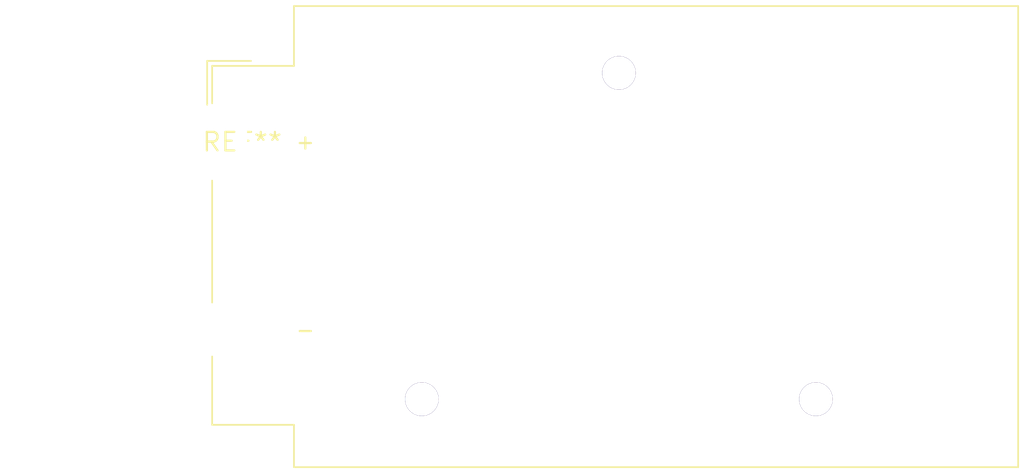
<source format=kicad_pcb>
(kicad_pcb (version 20240108) (generator pcbnew)
  (layers (0 "F.Cu" signal) (31 "B.Cu" signal) (34 "B.Paste" user) (35 "F.Paste" user) (36 "B.SilkS" user "B.Silkscreen") (37 "F.SilkS" user "F.Silkscreen") (38 "B.Mask" user) (39 "F.Mask" user) (44 "Edge.Cuts" user))
  (net 0 "")
  (footprint "BatteryHolder_MPD_BA9VPC_1xPP3" (layer "F.Cu") (at 0 0)
    (property "Reference" "REF**")
    (property "Value" "BatteryHolder_MPD_BA9VPC_1xPP3")
    (fp_line (start -2.4 -5.55) (end -2.4 -2.55) (layer "F.SilkS") (stroke (width 0.12)))
    (fp_line (start -2.4 -5.55) (end 0.6 -5.55) (layer "F.SilkS") (stroke (width 0.12)))
    (fp_line (start -2.06 -5.21) (end -2.06 -2.65) (layer "F.SilkS") (stroke (width 0.12)))
    (fp_line (start -2.06 2.65) (end -2.06 11) (layer "F.SilkS") (stroke (width 0.12)))
    (fp_line (start -2.06 19.38) (end -2.06 14.7) (layer "F.SilkS") (stroke (width 0.12)))
    (fp_line (start 3.54 -9.31) (end 3.54 -5.21) (layer "F.SilkS") (stroke (width 0.12)))
    (fp_line (start 3.54 -5.21) (end -2.06 -5.21) (layer "F.SilkS") (stroke (width 0.12)))
    (fp_line (start 3.54 19.38) (end -2.06 19.38) (layer "F.SilkS") (stroke (width 0.12)))
    (fp_line (start 3.54 22.28) (end 3.54 19.38) (layer "F.SilkS") (stroke (width 0.12)))
    (fp_line (start 53.1 -9.31) (end 3.54 -9.31) (layer "F.SilkS") (stroke (width 0.12)))
    (fp_line (start 53.1 22.28) (end 3.54 22.28) (layer "F.SilkS") (stroke (width 0.12)))
    (fp_line (start 53.1 22.28) (end 53.1 -9.31) (layer "F.SilkS") (stroke (width 0.12)))
    (fp_text user "+" (at 3.6 0 0) (layer "F.SilkS") (effects (justify left)))
    (fp_text user "-" (at 3.6 12.88 0) (layer "F.SilkS") (effects (justify left)))
    (pad "" np_thru_hole circle (at 12.29 17.62) (size 2.3 2.3) (drill 2.29) (layers *.Cu *.Mask))
    (pad "" np_thru_hole circle (at 25.78 -4.73) (size 2.3 2.3) (drill 2.29) (layers *.Cu *.Mask))
    (pad "" np_thru_hole circle (at 39.26 17.62) (size 2.3 2.3) (drill 2.29) (layers *.Cu *.Mask))
    (pad "1" thru_hole rect (at 0 0) (size 2.41 4.02) (drill oval 0.66 2.27) (layers *.Cu *.Mask) (remove_unused_layers))
    (pad "2" thru_hole oval (at 0 12.88) (size 2.41 4.02) (drill oval 0.66 2.27) (layers *.Cu *.Mask) (remove_unused_layers))
  )
)
</source>
